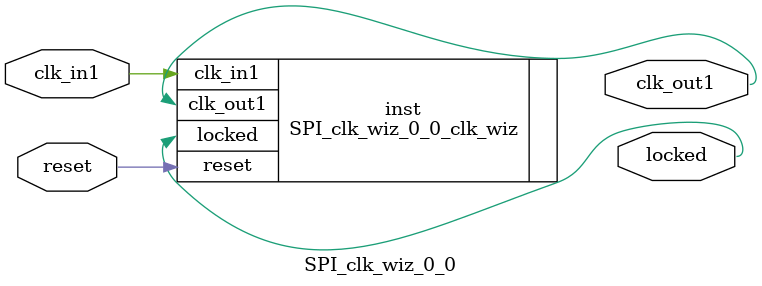
<source format=v>


`timescale 1ps/1ps

(* CORE_GENERATION_INFO = "SPI_clk_wiz_0_0,clk_wiz_v6_0_2_0_0,{component_name=SPI_clk_wiz_0_0,use_phase_alignment=true,use_min_o_jitter=false,use_max_i_jitter=false,use_dyn_phase_shift=false,use_inclk_switchover=false,use_dyn_reconfig=false,enable_axi=0,feedback_source=FDBK_AUTO,PRIMITIVE=MMCM,num_out_clk=1,clkin1_period=10.000,clkin2_period=10.000,use_power_down=false,use_reset=true,use_locked=true,use_inclk_stopped=false,feedback_type=SINGLE,CLOCK_MGR_TYPE=NA,manual_override=false}" *)

module SPI_clk_wiz_0_0 
 (
  // Clock out ports
  output        clk_out1,
  // Status and control signals
  input         reset,
  output        locked,
 // Clock in ports
  input         clk_in1
 );

  SPI_clk_wiz_0_0_clk_wiz inst
  (
  // Clock out ports  
  .clk_out1(clk_out1),
  // Status and control signals               
  .reset(reset), 
  .locked(locked),
 // Clock in ports
  .clk_in1(clk_in1)
  );

endmodule

</source>
